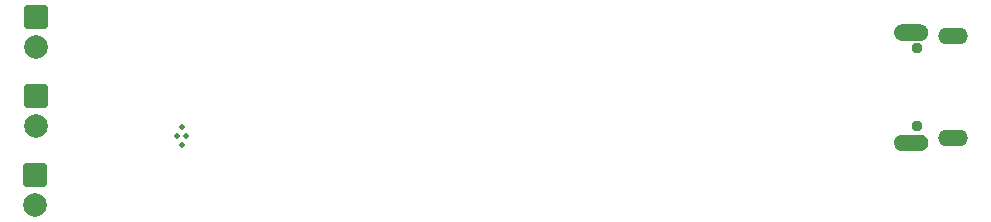
<source format=gbr>
%TF.GenerationSoftware,KiCad,Pcbnew,9.0.6*%
%TF.CreationDate,2025-11-03T22:24:35+01:00*%
%TF.ProjectId,capSensor,63617053-656e-4736-9f72-2e6b69636164,rev?*%
%TF.SameCoordinates,Original*%
%TF.FileFunction,Soldermask,Bot*%
%TF.FilePolarity,Negative*%
%FSLAX46Y46*%
G04 Gerber Fmt 4.6, Leading zero omitted, Abs format (unit mm)*
G04 Created by KiCad (PCBNEW 9.0.6) date 2025-11-03 22:24:35*
%MOMM*%
%LPD*%
G01*
G04 APERTURE LIST*
G04 Aperture macros list*
%AMRoundRect*
0 Rectangle with rounded corners*
0 $1 Rounding radius*
0 $2 $3 $4 $5 $6 $7 $8 $9 X,Y pos of 4 corners*
0 Add a 4 corners polygon primitive as box body*
4,1,4,$2,$3,$4,$5,$6,$7,$8,$9,$2,$3,0*
0 Add four circle primitives for the rounded corners*
1,1,$1+$1,$2,$3*
1,1,$1+$1,$4,$5*
1,1,$1+$1,$6,$7*
1,1,$1+$1,$8,$9*
0 Add four rect primitives between the rounded corners*
20,1,$1+$1,$2,$3,$4,$5,0*
20,1,$1+$1,$4,$5,$6,$7,0*
20,1,$1+$1,$6,$7,$8,$9,0*
20,1,$1+$1,$8,$9,$2,$3,0*%
G04 Aperture macros list end*
%ADD10C,0.010000*%
%ADD11C,0.954000*%
%ADD12O,2.504000X1.404000*%
%ADD13RoundRect,0.250000X-0.750000X0.750000X-0.750000X-0.750000X0.750000X-0.750000X0.750000X0.750000X0*%
%ADD14C,2.000000*%
%ADD15C,0.499999*%
G04 APERTURE END LIST*
D10*
%TO.C,J4*%
X144465000Y-113753000D02*
X144499000Y-113756000D01*
X144533000Y-113760000D01*
X144566000Y-113766000D01*
X144599000Y-113774000D01*
X144632000Y-113784000D01*
X144664000Y-113795000D01*
X144695000Y-113808000D01*
X144726000Y-113823000D01*
X144756000Y-113839000D01*
X144785000Y-113857000D01*
X144813000Y-113876000D01*
X144840000Y-113897000D01*
X144866000Y-113919000D01*
X144891000Y-113942000D01*
X144914000Y-113967000D01*
X144936000Y-113993000D01*
X144957000Y-114020000D01*
X144976000Y-114048000D01*
X144994000Y-114077000D01*
X145010000Y-114107000D01*
X145025000Y-114138000D01*
X145038000Y-114169000D01*
X145049000Y-114201000D01*
X145059000Y-114234000D01*
X145067000Y-114267000D01*
X145073000Y-114300000D01*
X145077000Y-114334000D01*
X145080000Y-114368000D01*
X145081000Y-114402000D01*
X145080000Y-114436000D01*
X145077000Y-114470000D01*
X145073000Y-114504000D01*
X145067000Y-114537000D01*
X145059000Y-114570000D01*
X145049000Y-114603000D01*
X145038000Y-114635000D01*
X145025000Y-114666000D01*
X145010000Y-114697000D01*
X144994000Y-114727000D01*
X144976000Y-114756000D01*
X144957000Y-114784000D01*
X144936000Y-114811000D01*
X144914000Y-114837000D01*
X144891000Y-114862000D01*
X144866000Y-114885000D01*
X144840000Y-114907000D01*
X144813000Y-114928000D01*
X144785000Y-114947000D01*
X144756000Y-114965000D01*
X144726000Y-114981000D01*
X144695000Y-114996000D01*
X144664000Y-115009000D01*
X144632000Y-115020000D01*
X144599000Y-115030000D01*
X144566000Y-115038000D01*
X144533000Y-115044000D01*
X144499000Y-115048000D01*
X144465000Y-115051000D01*
X144431000Y-115052000D01*
X142931000Y-115052000D01*
X142897000Y-115051000D01*
X142863000Y-115048000D01*
X142829000Y-115044000D01*
X142796000Y-115038000D01*
X142763000Y-115030000D01*
X142730000Y-115020000D01*
X142698000Y-115009000D01*
X142667000Y-114996000D01*
X142636000Y-114981000D01*
X142606000Y-114965000D01*
X142577000Y-114947000D01*
X142549000Y-114928000D01*
X142522000Y-114907000D01*
X142496000Y-114885000D01*
X142471000Y-114862000D01*
X142448000Y-114837000D01*
X142426000Y-114811000D01*
X142405000Y-114784000D01*
X142386000Y-114756000D01*
X142368000Y-114727000D01*
X142352000Y-114697000D01*
X142337000Y-114666000D01*
X142324000Y-114635000D01*
X142313000Y-114603000D01*
X142303000Y-114570000D01*
X142295000Y-114537000D01*
X142289000Y-114504000D01*
X142285000Y-114470000D01*
X142282000Y-114436000D01*
X142281000Y-114402000D01*
X142282000Y-114368000D01*
X142285000Y-114334000D01*
X142289000Y-114300000D01*
X142295000Y-114267000D01*
X142303000Y-114234000D01*
X142313000Y-114201000D01*
X142324000Y-114169000D01*
X142337000Y-114138000D01*
X142352000Y-114107000D01*
X142368000Y-114077000D01*
X142386000Y-114048000D01*
X142405000Y-114020000D01*
X142426000Y-113993000D01*
X142448000Y-113967000D01*
X142471000Y-113942000D01*
X142496000Y-113919000D01*
X142522000Y-113897000D01*
X142549000Y-113876000D01*
X142577000Y-113857000D01*
X142606000Y-113839000D01*
X142636000Y-113823000D01*
X142667000Y-113808000D01*
X142698000Y-113795000D01*
X142730000Y-113784000D01*
X142763000Y-113774000D01*
X142796000Y-113766000D01*
X142829000Y-113760000D01*
X142863000Y-113756000D01*
X142897000Y-113753000D01*
X142931000Y-113752000D01*
X144431000Y-113752000D01*
X144465000Y-113753000D01*
G36*
X144465000Y-113753000D02*
G01*
X144499000Y-113756000D01*
X144533000Y-113760000D01*
X144566000Y-113766000D01*
X144599000Y-113774000D01*
X144632000Y-113784000D01*
X144664000Y-113795000D01*
X144695000Y-113808000D01*
X144726000Y-113823000D01*
X144756000Y-113839000D01*
X144785000Y-113857000D01*
X144813000Y-113876000D01*
X144840000Y-113897000D01*
X144866000Y-113919000D01*
X144891000Y-113942000D01*
X144914000Y-113967000D01*
X144936000Y-113993000D01*
X144957000Y-114020000D01*
X144976000Y-114048000D01*
X144994000Y-114077000D01*
X145010000Y-114107000D01*
X145025000Y-114138000D01*
X145038000Y-114169000D01*
X145049000Y-114201000D01*
X145059000Y-114234000D01*
X145067000Y-114267000D01*
X145073000Y-114300000D01*
X145077000Y-114334000D01*
X145080000Y-114368000D01*
X145081000Y-114402000D01*
X145080000Y-114436000D01*
X145077000Y-114470000D01*
X145073000Y-114504000D01*
X145067000Y-114537000D01*
X145059000Y-114570000D01*
X145049000Y-114603000D01*
X145038000Y-114635000D01*
X145025000Y-114666000D01*
X145010000Y-114697000D01*
X144994000Y-114727000D01*
X144976000Y-114756000D01*
X144957000Y-114784000D01*
X144936000Y-114811000D01*
X144914000Y-114837000D01*
X144891000Y-114862000D01*
X144866000Y-114885000D01*
X144840000Y-114907000D01*
X144813000Y-114928000D01*
X144785000Y-114947000D01*
X144756000Y-114965000D01*
X144726000Y-114981000D01*
X144695000Y-114996000D01*
X144664000Y-115009000D01*
X144632000Y-115020000D01*
X144599000Y-115030000D01*
X144566000Y-115038000D01*
X144533000Y-115044000D01*
X144499000Y-115048000D01*
X144465000Y-115051000D01*
X144431000Y-115052000D01*
X142931000Y-115052000D01*
X142897000Y-115051000D01*
X142863000Y-115048000D01*
X142829000Y-115044000D01*
X142796000Y-115038000D01*
X142763000Y-115030000D01*
X142730000Y-115020000D01*
X142698000Y-115009000D01*
X142667000Y-114996000D01*
X142636000Y-114981000D01*
X142606000Y-114965000D01*
X142577000Y-114947000D01*
X142549000Y-114928000D01*
X142522000Y-114907000D01*
X142496000Y-114885000D01*
X142471000Y-114862000D01*
X142448000Y-114837000D01*
X142426000Y-114811000D01*
X142405000Y-114784000D01*
X142386000Y-114756000D01*
X142368000Y-114727000D01*
X142352000Y-114697000D01*
X142337000Y-114666000D01*
X142324000Y-114635000D01*
X142313000Y-114603000D01*
X142303000Y-114570000D01*
X142295000Y-114537000D01*
X142289000Y-114504000D01*
X142285000Y-114470000D01*
X142282000Y-114436000D01*
X142281000Y-114402000D01*
X142282000Y-114368000D01*
X142285000Y-114334000D01*
X142289000Y-114300000D01*
X142295000Y-114267000D01*
X142303000Y-114234000D01*
X142313000Y-114201000D01*
X142324000Y-114169000D01*
X142337000Y-114138000D01*
X142352000Y-114107000D01*
X142368000Y-114077000D01*
X142386000Y-114048000D01*
X142405000Y-114020000D01*
X142426000Y-113993000D01*
X142448000Y-113967000D01*
X142471000Y-113942000D01*
X142496000Y-113919000D01*
X142522000Y-113897000D01*
X142549000Y-113876000D01*
X142577000Y-113857000D01*
X142606000Y-113839000D01*
X142636000Y-113823000D01*
X142667000Y-113808000D01*
X142698000Y-113795000D01*
X142730000Y-113784000D01*
X142763000Y-113774000D01*
X142796000Y-113766000D01*
X142829000Y-113760000D01*
X142863000Y-113756000D01*
X142897000Y-113753000D01*
X142931000Y-113752000D01*
X144431000Y-113752000D01*
X144465000Y-113753000D01*
G37*
X144465000Y-123093000D02*
X144499000Y-123096000D01*
X144533000Y-123100000D01*
X144566000Y-123106000D01*
X144599000Y-123114000D01*
X144632000Y-123124000D01*
X144664000Y-123135000D01*
X144695000Y-123148000D01*
X144726000Y-123163000D01*
X144756000Y-123179000D01*
X144785000Y-123197000D01*
X144813000Y-123216000D01*
X144840000Y-123237000D01*
X144866000Y-123259000D01*
X144891000Y-123282000D01*
X144914000Y-123307000D01*
X144936000Y-123333000D01*
X144957000Y-123360000D01*
X144976000Y-123388000D01*
X144994000Y-123417000D01*
X145010000Y-123447000D01*
X145025000Y-123478000D01*
X145038000Y-123509000D01*
X145049000Y-123541000D01*
X145059000Y-123574000D01*
X145067000Y-123607000D01*
X145073000Y-123640000D01*
X145077000Y-123674000D01*
X145080000Y-123708000D01*
X145081000Y-123742000D01*
X145080000Y-123776000D01*
X145077000Y-123810000D01*
X145073000Y-123844000D01*
X145067000Y-123877000D01*
X145059000Y-123910000D01*
X145049000Y-123943000D01*
X145038000Y-123975000D01*
X145025000Y-124006000D01*
X145010000Y-124037000D01*
X144994000Y-124067000D01*
X144976000Y-124096000D01*
X144957000Y-124124000D01*
X144936000Y-124151000D01*
X144914000Y-124177000D01*
X144891000Y-124202000D01*
X144866000Y-124225000D01*
X144840000Y-124247000D01*
X144813000Y-124268000D01*
X144785000Y-124287000D01*
X144756000Y-124305000D01*
X144726000Y-124321000D01*
X144695000Y-124336000D01*
X144664000Y-124349000D01*
X144632000Y-124360000D01*
X144599000Y-124370000D01*
X144566000Y-124378000D01*
X144533000Y-124384000D01*
X144499000Y-124388000D01*
X144465000Y-124391000D01*
X144431000Y-124392000D01*
X142931000Y-124392000D01*
X142897000Y-124391000D01*
X142863000Y-124388000D01*
X142829000Y-124384000D01*
X142796000Y-124378000D01*
X142763000Y-124370000D01*
X142730000Y-124360000D01*
X142698000Y-124349000D01*
X142667000Y-124336000D01*
X142636000Y-124321000D01*
X142606000Y-124305000D01*
X142577000Y-124287000D01*
X142549000Y-124268000D01*
X142522000Y-124247000D01*
X142496000Y-124225000D01*
X142471000Y-124202000D01*
X142448000Y-124177000D01*
X142426000Y-124151000D01*
X142405000Y-124124000D01*
X142386000Y-124096000D01*
X142368000Y-124067000D01*
X142352000Y-124037000D01*
X142337000Y-124006000D01*
X142324000Y-123975000D01*
X142313000Y-123943000D01*
X142303000Y-123910000D01*
X142295000Y-123877000D01*
X142289000Y-123844000D01*
X142285000Y-123810000D01*
X142282000Y-123776000D01*
X142281000Y-123742000D01*
X142282000Y-123708000D01*
X142285000Y-123674000D01*
X142289000Y-123640000D01*
X142295000Y-123607000D01*
X142303000Y-123574000D01*
X142313000Y-123541000D01*
X142324000Y-123509000D01*
X142337000Y-123478000D01*
X142352000Y-123447000D01*
X142368000Y-123417000D01*
X142386000Y-123388000D01*
X142405000Y-123360000D01*
X142426000Y-123333000D01*
X142448000Y-123307000D01*
X142471000Y-123282000D01*
X142496000Y-123259000D01*
X142522000Y-123237000D01*
X142549000Y-123216000D01*
X142577000Y-123197000D01*
X142606000Y-123179000D01*
X142636000Y-123163000D01*
X142667000Y-123148000D01*
X142698000Y-123135000D01*
X142730000Y-123124000D01*
X142763000Y-123114000D01*
X142796000Y-123106000D01*
X142829000Y-123100000D01*
X142863000Y-123096000D01*
X142897000Y-123093000D01*
X142931000Y-123092000D01*
X144431000Y-123092000D01*
X144465000Y-123093000D01*
G36*
X144465000Y-123093000D02*
G01*
X144499000Y-123096000D01*
X144533000Y-123100000D01*
X144566000Y-123106000D01*
X144599000Y-123114000D01*
X144632000Y-123124000D01*
X144664000Y-123135000D01*
X144695000Y-123148000D01*
X144726000Y-123163000D01*
X144756000Y-123179000D01*
X144785000Y-123197000D01*
X144813000Y-123216000D01*
X144840000Y-123237000D01*
X144866000Y-123259000D01*
X144891000Y-123282000D01*
X144914000Y-123307000D01*
X144936000Y-123333000D01*
X144957000Y-123360000D01*
X144976000Y-123388000D01*
X144994000Y-123417000D01*
X145010000Y-123447000D01*
X145025000Y-123478000D01*
X145038000Y-123509000D01*
X145049000Y-123541000D01*
X145059000Y-123574000D01*
X145067000Y-123607000D01*
X145073000Y-123640000D01*
X145077000Y-123674000D01*
X145080000Y-123708000D01*
X145081000Y-123742000D01*
X145080000Y-123776000D01*
X145077000Y-123810000D01*
X145073000Y-123844000D01*
X145067000Y-123877000D01*
X145059000Y-123910000D01*
X145049000Y-123943000D01*
X145038000Y-123975000D01*
X145025000Y-124006000D01*
X145010000Y-124037000D01*
X144994000Y-124067000D01*
X144976000Y-124096000D01*
X144957000Y-124124000D01*
X144936000Y-124151000D01*
X144914000Y-124177000D01*
X144891000Y-124202000D01*
X144866000Y-124225000D01*
X144840000Y-124247000D01*
X144813000Y-124268000D01*
X144785000Y-124287000D01*
X144756000Y-124305000D01*
X144726000Y-124321000D01*
X144695000Y-124336000D01*
X144664000Y-124349000D01*
X144632000Y-124360000D01*
X144599000Y-124370000D01*
X144566000Y-124378000D01*
X144533000Y-124384000D01*
X144499000Y-124388000D01*
X144465000Y-124391000D01*
X144431000Y-124392000D01*
X142931000Y-124392000D01*
X142897000Y-124391000D01*
X142863000Y-124388000D01*
X142829000Y-124384000D01*
X142796000Y-124378000D01*
X142763000Y-124370000D01*
X142730000Y-124360000D01*
X142698000Y-124349000D01*
X142667000Y-124336000D01*
X142636000Y-124321000D01*
X142606000Y-124305000D01*
X142577000Y-124287000D01*
X142549000Y-124268000D01*
X142522000Y-124247000D01*
X142496000Y-124225000D01*
X142471000Y-124202000D01*
X142448000Y-124177000D01*
X142426000Y-124151000D01*
X142405000Y-124124000D01*
X142386000Y-124096000D01*
X142368000Y-124067000D01*
X142352000Y-124037000D01*
X142337000Y-124006000D01*
X142324000Y-123975000D01*
X142313000Y-123943000D01*
X142303000Y-123910000D01*
X142295000Y-123877000D01*
X142289000Y-123844000D01*
X142285000Y-123810000D01*
X142282000Y-123776000D01*
X142281000Y-123742000D01*
X142282000Y-123708000D01*
X142285000Y-123674000D01*
X142289000Y-123640000D01*
X142295000Y-123607000D01*
X142303000Y-123574000D01*
X142313000Y-123541000D01*
X142324000Y-123509000D01*
X142337000Y-123478000D01*
X142352000Y-123447000D01*
X142368000Y-123417000D01*
X142386000Y-123388000D01*
X142405000Y-123360000D01*
X142426000Y-123333000D01*
X142448000Y-123307000D01*
X142471000Y-123282000D01*
X142496000Y-123259000D01*
X142522000Y-123237000D01*
X142549000Y-123216000D01*
X142577000Y-123197000D01*
X142606000Y-123179000D01*
X142636000Y-123163000D01*
X142667000Y-123148000D01*
X142698000Y-123135000D01*
X142730000Y-123124000D01*
X142763000Y-123114000D01*
X142796000Y-123106000D01*
X142829000Y-123100000D01*
X142863000Y-123096000D01*
X142897000Y-123093000D01*
X142931000Y-123092000D01*
X144431000Y-123092000D01*
X144465000Y-123093000D01*
G37*
%TD*%
D11*
%TO.C,J4*%
X144256000Y-122392000D03*
X144256000Y-115752000D03*
D12*
X147231000Y-123392000D03*
X147231000Y-114752000D03*
%TD*%
D13*
%TO.C,J5*%
X69590068Y-113118000D03*
D14*
X69590068Y-115658000D03*
%TD*%
D13*
%TO.C,J6*%
X69575818Y-126492000D03*
D14*
X69575818Y-129032000D03*
%TD*%
D15*
%TO.C,U7*%
X81596002Y-123190000D03*
X81946001Y-122439999D03*
X81946001Y-123940001D03*
X82296000Y-123190000D03*
%TD*%
D13*
%TO.C,J7*%
X69604318Y-119805000D03*
D14*
X69604318Y-122345000D03*
%TD*%
M02*

</source>
